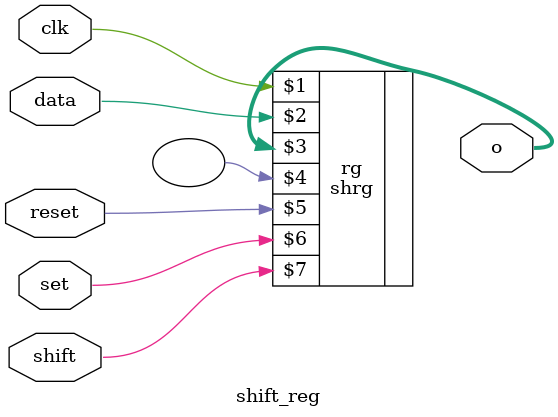
<source format=v>
module shift_reg(clk, data, o, reset, set, shift);
input clk;
input wire data;
output wire [5:0]o;
input reset;
input set;
input shift;

shrg #(6) rg(clk, data, o,, reset, set, shift,);
endmodule
</source>
